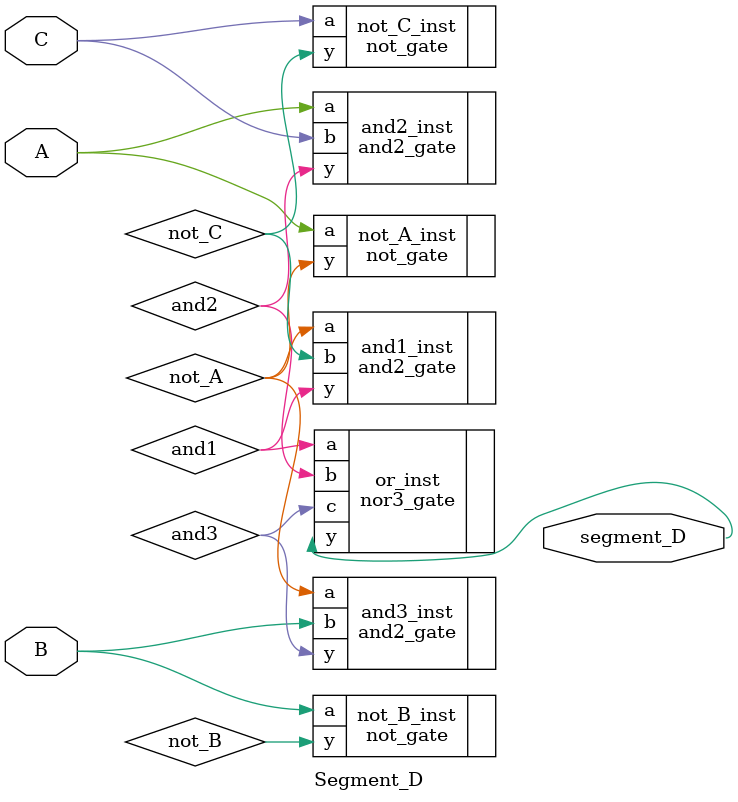
<source format=sv>
module Segment_D (
    input wire A, // Entrada A
    input wire B, // Entrada B
    input wire C, // Entrada C
    output wire segment_D // Salida para el segmento D del display de 7 segmentos
);

    wire not_A;
    wire not_B;
    wire not_C;

    // Compuerta NOT para negar A
    not_gate not_A_inst (
        .a(A),
        .y(not_A)
    );

    // Compuerta NOT para negar B
    not_gate not_B_inst (
        .a(B),
        .y(not_B)
    );

    // Compuerta NOT para negar C
    not_gate not_C_inst (
        .a(C),
        .y(not_C)
    );

    wire and1;
    wire and2;
    wire and3;

    // Compuerta AND de 2 entradas para A negado y C negado
    and2_gate and1_inst (
        .a(not_A), // Entrada A negada
        .b(not_C), // Entrada C negada
        .y(and1)
    );

    // Compuerta AND de 2 entradas para A y C
    and2_gate and2_inst (
        .a(A),
        .b(C),
        .y(and2)
    );

    // Compuerta AND de 2 entradas para A negado y B
    and2_gate and3_inst (
        .a(not_A), // Entrada A negada
        .b(B),
        .y(and3)
    );

    // Compuerta OR de 3 entradas para combinar las salidas de las AND
    nor3_gate or_inst (
        .a(and1),
        .b(and2),
        .c(and3),
        .y(segment_D) // Salida para el segmento D
    );

endmodule

</source>
